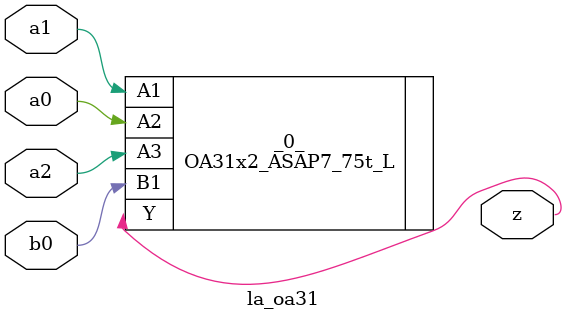
<source format=v>

/* Generated by Yosys 0.44 (git sha1 80ba43d26, g++ 11.4.0-1ubuntu1~22.04 -fPIC -O3) */

(* top =  1  *)
(* src = "inputs/la_oa31.v:10.1-22.10" *)
module la_oa31 (
    a0,
    a1,
    a2,
    b0,
    z
);
  (* src = "inputs/la_oa31.v:13.12-13.14" *)
  input a0;
  wire a0;
  (* src = "inputs/la_oa31.v:14.12-14.14" *)
  input a1;
  wire a1;
  (* src = "inputs/la_oa31.v:15.12-15.14" *)
  input a2;
  wire a2;
  (* src = "inputs/la_oa31.v:16.12-16.14" *)
  input b0;
  wire b0;
  (* src = "inputs/la_oa31.v:17.12-17.13" *)
  output z;
  wire z;
  OA31x2_ASAP7_75t_L _0_ (
      .A1(a1),
      .A2(a0),
      .A3(a2),
      .B1(b0),
      .Y (z)
  );
endmodule

</source>
